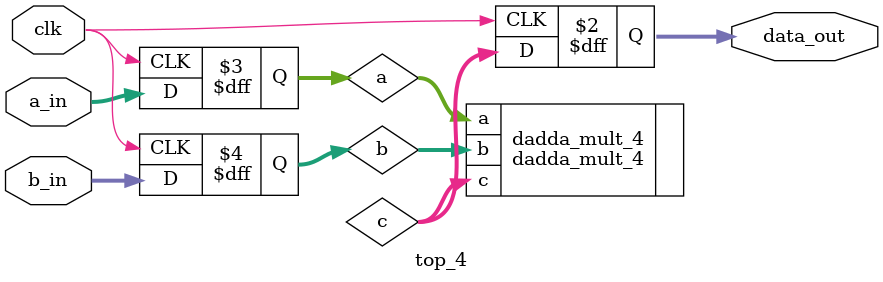
<source format=v>
module top_4(
    input clk,
    input [3:0] a_in,
    input [3:0] b_in,
    output [6:0] data_out
);

reg [3:0] a, b;
wire [6:0] c;
reg [6:0] data_out;

dadda_mult_4 dadda_mult_4 (.a(a), .b(b), .c(c));

always @(posedge clk) begin
    a <=  a_in;
    b <=  b_in;
    data_out <= c;
end
endmodule
</source>
